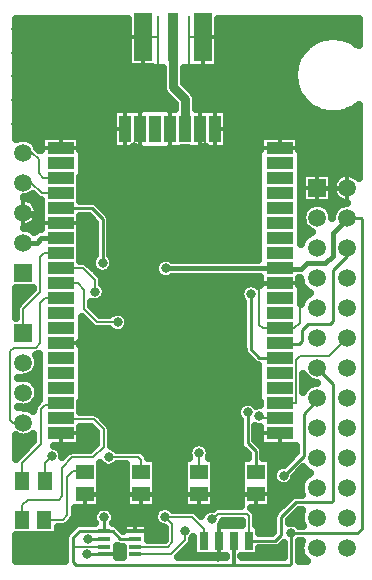
<source format=gbr>
G04 DipTrace 3.0.0.2*
G04 Top.gbr*
%MOIN*%
G04 #@! TF.FileFunction,Copper,L1,Top*
G04 #@! TF.Part,Single*
G04 #@! TA.AperFunction,Conductor*
%ADD10C,0.01*%
%ADD14C,0.018*%
%ADD15C,0.009*%
%ADD16C,0.007*%
G04 #@! TA.AperFunction,ViaPad*
%ADD17C,0.031496*%
G04 #@! TA.AperFunction,CopperBalancing*
%ADD18C,0.025*%
%ADD19C,0.012992*%
%ADD20R,0.059843X0.159843*%
%ADD21R,0.033465X0.159843*%
%ADD22R,0.051181X0.059055*%
%ADD23R,0.059055X0.051181*%
G04 #@! TA.AperFunction,ComponentPad*
%ADD24R,0.059055X0.059055*%
%ADD25C,0.059055*%
%ADD27R,0.027559X0.062992*%
%ADD30R,0.089528X0.039764*%
%ADD31R,0.039764X0.089528*%
%ADD33R,0.043307X0.013583*%
%FSLAX26Y26*%
G04*
G70*
G90*
G75*
G01*
G04 Top*
%LPD*%
X1537126Y1575701D2*
D14*
Y1572559D1*
X1488189Y1523622D1*
Y1449082D1*
X1464305Y1425197D1*
X1401575D1*
X1381890Y1405512D1*
X1313221D1*
X1311772Y1406961D1*
X932016D1*
X1537126Y1575701D2*
D10*
X1581780D1*
X1586614Y1570866D1*
Y539370D1*
X1570866Y523622D1*
X1350394D1*
X456764Y1493496D2*
D14*
X501370D1*
X515748Y1507874D1*
X581331D1*
X582244Y1506961D1*
X1350394Y523622D2*
D10*
Y425197D1*
X1344898Y419701D1*
X1162977D1*
X1157481Y425197D1*
Y498819D1*
X1158662Y500000D1*
Y419701D1*
D15*
X631481D1*
D10*
X622701Y428481D1*
Y479536D1*
Y510701D1*
X644701Y532701D1*
X718701D1*
X720685Y530717D1*
X726378D1*
Y479536D2*
D16*
X622701D1*
X726378Y530717D2*
D10*
X754685D1*
X780701Y504701D1*
X830284D1*
X830709Y505126D1*
X726378Y530717D2*
Y577378D1*
X661811Y654331D2*
D14*
X850788D1*
X1042882D1*
X1042937Y654386D1*
X1231835D1*
X1231890Y654331D1*
X726378Y505126D2*
D10*
X673126D1*
X916717Y530717D2*
X830709D1*
X726378Y453945D2*
X670701D1*
X1106824Y446194D2*
D16*
Y500000D1*
X1108662D1*
X456764Y1593496D2*
D10*
X474746D1*
X510893Y1557349D1*
X581856D1*
X582244Y1556961D1*
X1062992Y2047244D2*
D16*
X1040158D1*
X1010630Y2076772D1*
Y2177171D1*
Y2247376D1*
X1009974Y2248032D1*
X905512Y2047244D2*
Y2177565D1*
Y2248819D1*
X906824Y2250131D1*
X857769Y2177565D2*
X905512D1*
X1057376Y2177171D2*
X1010630D1*
X582244Y856961D2*
D10*
X659586D1*
X660761Y858137D1*
X663386Y576247D2*
Y652756D1*
X661811Y654331D1*
X1231890D2*
X1309318D1*
X1312599Y657612D1*
X1311772Y856961D2*
Y760066D1*
X1287402Y735696D1*
Y682809D1*
X1312599Y657612D1*
X1437126Y1675701D2*
D14*
X1537126D1*
X1311772Y1206961D2*
D16*
X1359979D1*
X1377953Y1224935D1*
Y1348557D1*
X1369685Y1356824D1*
X1311908D1*
X1311772Y1356961D1*
Y1206961D2*
X1255507D1*
X1244488Y1217979D1*
Y1348032D1*
X1252231Y1355774D1*
X1310586D1*
X1311772Y1356961D2*
D14*
X1042919D1*
X1007612Y1321654D1*
X453150Y697507D2*
D16*
Y760236D1*
X514961Y822047D1*
Y937664D1*
X530578Y953281D1*
X578565D1*
X582244Y956961D1*
X452100Y569554D2*
Y617192D1*
X471654Y636746D1*
X575066D1*
X586352Y648032D1*
Y742914D1*
X620998Y777559D1*
X688583D1*
X724541Y813517D1*
Y870735D1*
X691339Y903937D1*
X585268D1*
X582244Y906961D1*
X997008Y1871725D2*
D17*
Y1971103D1*
X957769Y2010341D1*
Y2177171D1*
X721654Y1425853D2*
D10*
Y1570604D1*
X685171Y1607087D1*
X582370D1*
X582244Y1606961D1*
X456764Y1693496D2*
D16*
X483670D1*
X519685Y1657481D1*
X581725D1*
X582244Y1656961D1*
X456764Y1793496D2*
X486032D1*
X507874Y1771654D1*
Y1724410D1*
X523622Y1708662D1*
X580544D1*
X582244Y1706961D1*
X457349Y1193509D2*
Y1272441D1*
X514305Y1329397D1*
Y1445145D1*
X526641Y1457481D1*
X581725D1*
X582244Y1456961D1*
X695932Y1329659D2*
Y1368242D1*
X656956Y1407218D1*
X582502D1*
X582244Y1406961D1*
X771391Y1227691D2*
X704200D1*
X659449Y1272441D1*
Y1335433D1*
X637927Y1356956D1*
X582250D1*
X582244Y1356961D1*
X457349Y893509D2*
X421845D1*
X412599Y902756D1*
Y1130315D1*
X425853Y1143570D1*
X498163D1*
X513780Y1159187D1*
Y1291601D1*
X529397Y1307218D1*
X581987D1*
X582244Y1306961D1*
X1204725Y927034D2*
D10*
Y824410D1*
X1231496Y797638D1*
Y729528D1*
X1231890Y729134D1*
X526903Y569554D2*
D16*
X589370D1*
X604462Y584646D1*
Y713386D1*
X621523Y730446D1*
X660499D1*
X661811Y729134D1*
X1042937Y729189D2*
X1042520Y791578D1*
X527953Y697507D2*
Y757612D1*
X551313Y780971D1*
X741601Y779265D2*
X840945D1*
X850394Y769816D1*
Y729528D1*
X850788Y729134D1*
X995701Y532701D2*
Y501701D1*
X948701Y454701D1*
X831465D1*
X830709Y453945D1*
X1208662Y500000D2*
Y582740D1*
X1201701Y589701D1*
X1104701D1*
X1085701Y570701D1*
X1437126Y1075701D2*
D10*
Y1075210D1*
X1489502Y1022835D1*
Y633596D1*
X1482940Y627034D1*
X1364567D1*
X1316273Y578740D1*
Y519554D1*
X1296588Y499869D1*
X1208793D1*
X1208662Y500000D1*
X830709Y479536D2*
D16*
X938536D1*
X952701Y493701D1*
Y555701D1*
X928701Y579701D1*
X1058662Y500000D2*
Y538740D1*
X1018701Y578701D1*
X928701D1*
Y579701D1*
X1437126Y975701D2*
D10*
Y967179D1*
X1391864Y921916D1*
Y783334D1*
X1324935Y716404D1*
X1311772Y956961D2*
D16*
X1367036D1*
Y1101729D1*
X1381036Y1115729D1*
X1477154D1*
X1537126Y1175701D1*
X1243221Y914362D2*
X1250622Y906961D1*
X1311772D1*
X1537126Y1475701D2*
D10*
Y1447756D1*
X1489764Y1400394D1*
Y1232546D1*
X1479134Y1221916D1*
X1405381D1*
X1385958Y1202494D1*
Y1165617D1*
X1376247Y1155906D1*
X1312827D1*
X1311772Y1156961D1*
X1216536Y1321916D2*
Y1137927D1*
X1244488Y1109974D1*
X1308759D1*
X1311772Y1106961D1*
D17*
X932016Y1406961D3*
X1350394Y523622D3*
X726378Y577378D3*
X673126Y505126D3*
X916717Y530717D3*
X670701Y453945D3*
X673126Y505126D3*
X1106824Y446194D3*
X660761Y858137D3*
X663386Y576247D3*
X1312599Y657612D3*
X1007612Y1321654D3*
X660761Y858137D3*
X1007612Y1321654D3*
X721654Y1425853D3*
X695932Y1329659D3*
X771391Y1227691D3*
X1204725Y927034D3*
X1042520Y791578D3*
X551313Y780971D3*
X741601Y779265D3*
X995701Y532701D3*
X1085701Y570701D3*
X928701Y579701D3*
X1324935Y716404D3*
X928701Y579701D3*
X1216536Y1321916D3*
X905512Y2047244D3*
X1062992Y1968504D3*
X905512D3*
X1062992Y2047244D3*
X1220473Y1732284D3*
X1141732Y2047244D3*
Y1968504D3*
Y2125984D3*
Y2204725D3*
X1220473Y1968504D3*
Y2047244D3*
Y2125984D3*
Y2204725D3*
X1141732Y1889764D3*
X1220473D3*
X1299213D3*
Y1968504D3*
Y2047244D3*
Y2125984D3*
Y2204725D3*
X826772Y1968504D3*
Y2047244D3*
X748032Y1968504D3*
Y2047244D3*
Y2125984D3*
Y2204725D3*
Y1889764D3*
Y1811024D3*
X826772D3*
X1141732D3*
X1062992D3*
X669292D3*
Y1889764D3*
Y1968504D3*
Y2047244D3*
Y2125984D3*
Y2204725D3*
X590551Y1889764D3*
Y1968504D3*
Y2047244D3*
Y2125984D3*
Y2204725D3*
X511811Y1889764D3*
Y1968504D3*
Y2047244D3*
Y2125984D3*
Y2204725D3*
X433071Y1889764D3*
Y1968504D3*
Y2047244D3*
Y2125984D3*
Y2204725D3*
X1062992Y1732284D3*
X984252D3*
X905512D3*
X826772D3*
X748032D3*
X669292D3*
X1141732D3*
X1220473Y1811024D3*
X1377953Y2204725D3*
X1456693D3*
X1535433D3*
X1377953Y1889764D3*
X1456693D3*
X1535433D3*
X1456693Y1811024D3*
X1535433D3*
X1243221Y914362D3*
X434685Y2212238D2*
D18*
X804856D1*
X1110295D2*
X1573167D1*
X434685Y2187369D2*
X804856D1*
X1110295D2*
X1573167D1*
X434685Y2162500D2*
X804856D1*
X1110295D2*
X1419797D1*
X1561760D2*
X1573193D1*
X434685Y2137631D2*
X804856D1*
X1110295D2*
X1390208D1*
X434685Y2112763D2*
X804856D1*
X1110295D2*
X1372971D1*
X434685Y2087894D2*
X804856D1*
X1110295D2*
X1362815D1*
X434685Y2063025D2*
X920139D1*
X995403D2*
X1358079D1*
X434685Y2038156D2*
X920139D1*
X995403D2*
X1358176D1*
X434685Y2013288D2*
X920139D1*
X1007024D2*
X1363108D1*
X434685Y1988419D2*
X927805D1*
X1030071D2*
X1373557D1*
X434685Y1963550D2*
X952365D1*
X1034660D2*
X1391184D1*
X434685Y1938681D2*
X848117D1*
X945891D2*
X959348D1*
X1034660D2*
X1421555D1*
X1559953D2*
X1573164D1*
X434685Y1913813D2*
X754124D1*
X1139885D2*
X1573167D1*
X434685Y1888944D2*
X754124D1*
X1139885D2*
X1573167D1*
X434685Y1864075D2*
X754124D1*
X1139885D2*
X1573167D1*
X479583Y1839206D2*
X514475D1*
X649992D2*
X754124D1*
X1139885D2*
X1244016D1*
X1379533D2*
X1573167D1*
X504729Y1814337D2*
X514491D1*
X649992D2*
X754124D1*
X1139885D2*
X1244016D1*
X1379533D2*
X1573167D1*
X655999Y1789469D2*
X1238011D1*
X1385540D2*
X1573167D1*
X655999Y1764600D2*
X1238011D1*
X1385540D2*
X1573167D1*
X655999Y1739731D2*
X1238011D1*
X1385540D2*
X1573167D1*
X655999Y1714862D2*
X1238011D1*
X1489641D2*
X1503471D1*
X649992Y1689994D2*
X1238011D1*
X649992Y1665125D2*
X1238011D1*
X477044Y1640256D2*
X500511D1*
X649992D2*
X1238011D1*
X1489641D2*
X1499322D1*
X504240Y1615387D2*
X514486D1*
X715423D2*
X1238011D1*
X1385540D2*
X1404166D1*
X1470061D2*
X1504172D1*
X740276Y1590519D2*
X1238011D1*
X500823Y1565650D2*
X514473D1*
X649992D2*
X688059D1*
X749651D2*
X1238011D1*
X475579Y1540781D2*
X514475D1*
X649992D2*
X693675D1*
X749651D2*
X1238011D1*
X1385540D2*
X1398790D1*
X649992Y1515912D2*
X693675D1*
X749651D2*
X1238011D1*
X1385540D2*
X1395583D1*
X649992Y1491044D2*
X693675D1*
X749651D2*
X1238011D1*
X649992Y1466175D2*
X693675D1*
X749651D2*
X1238011D1*
X649992Y1441306D2*
X686351D1*
X756927D2*
X917941D1*
X946096D2*
X1238011D1*
X759172Y1416437D2*
X894553D1*
X735931Y1391568D2*
X896701D1*
X722404Y1366700D2*
X1244016D1*
X434685Y1341831D2*
X487815D1*
X732561D2*
X1183763D1*
X434685Y1316962D2*
X465452D1*
X732365D2*
X1178147D1*
X1385540D2*
X1396715D1*
X685931Y1292093D2*
X1188547D1*
X701067Y1267225D2*
X1188547D1*
X807024Y1242356D2*
X1188547D1*
X655999Y1217487D2*
X678000D1*
X808684D2*
X1188547D1*
X655999Y1192618D2*
X759739D1*
X783088D2*
X1188547D1*
X655999Y1167750D2*
X1188547D1*
X655999Y1142881D2*
X1188547D1*
X655999Y1118012D2*
X1197923D1*
X655999Y1093143D2*
X1222776D1*
X655999Y1068274D2*
X1238011D1*
X439104Y1043406D2*
X451268D1*
X463449D2*
X508469D1*
X655999D2*
X1238011D1*
X655999Y1018537D2*
X1238011D1*
X1393499D2*
X1408763D1*
X655999Y993668D2*
X1238011D1*
X655999Y968799D2*
X1238011D1*
X439104Y943931D2*
X448133D1*
X466566D2*
X489328D1*
X649992D2*
X1170139D1*
X712639Y919062D2*
X1166868D1*
X737492Y894193D2*
X1176731D1*
X649992Y869324D2*
X689524D1*
X751019D2*
X1176731D1*
X1232708D2*
X1244016D1*
X434685Y844456D2*
X445041D1*
X469633D2*
X488449D1*
X649992D2*
X698068D1*
X751019D2*
X1176731D1*
X1232708D2*
X1244016D1*
X434685Y819587D2*
X476096D1*
X649992D2*
X694211D1*
X751019D2*
X1017015D1*
X1068011D2*
X1177219D1*
X434685Y794718D2*
X451193D1*
X587347D2*
X601761D1*
X861907D2*
X1003928D1*
X1081145D2*
X1195872D1*
X1259465D2*
X1363889D1*
X903313Y769849D2*
X990403D1*
X1095452D2*
X1179368D1*
X1284416D2*
X1339816D1*
X714348Y744981D2*
X727341D1*
X755852D2*
X798264D1*
X903313D2*
X990403D1*
X1095452D2*
X1179368D1*
X1284416D2*
X1300120D1*
X714348Y720112D2*
X798264D1*
X903313D2*
X990403D1*
X1095452D2*
X1179368D1*
X1367180D2*
X1400461D1*
X714348Y695243D2*
X798264D1*
X903313D2*
X990403D1*
X1095452D2*
X1179368D1*
X1284416D2*
X1292991D1*
X1356877D2*
X1382103D1*
X714348Y670374D2*
X798264D1*
X903313D2*
X990403D1*
X1095452D2*
X1179368D1*
X1284416D2*
X1378879D1*
X714348Y645505D2*
X798264D1*
X903313D2*
X990403D1*
X1095452D2*
X1179368D1*
X1284416D2*
X1344504D1*
X714348Y620637D2*
X798264D1*
X903313D2*
X990403D1*
X1095452D2*
X1179368D1*
X1284416D2*
X1319603D1*
X630949Y595768D2*
X692649D1*
X760100D2*
X893723D1*
X1038079D2*
X1057004D1*
X1231292D2*
X1294797D1*
X1371868D2*
X1382347D1*
X626604Y570899D2*
X688205D1*
X764544D2*
X891037D1*
X1235149D2*
X1288303D1*
X1346965D2*
X1378831D1*
X596575Y546030D2*
X619504D1*
X777923D2*
X786053D1*
X875383D2*
X912767D1*
X1245452D2*
X1288303D1*
X575481Y521162D2*
X596945D1*
X875383D2*
X926193D1*
X434685Y496293D2*
X594700D1*
X434685Y471424D2*
X594700D1*
X771037D2*
X786057D1*
X1001848D2*
X1021897D1*
X1245452D2*
X1322385D1*
X434685Y446555D2*
X594700D1*
X771037D2*
X786057D1*
X976995D2*
X1129515D1*
X1186663D2*
X1322385D1*
X1378361D2*
X1386781D1*
X885935Y2077143D2*
X807348D1*
Y2237114D1*
X432185Y2237107D1*
Y1837058D1*
X437620Y1839715D1*
X445086Y1842142D1*
X452839Y1843369D1*
X460689D1*
X468442Y1842142D1*
X475908Y1839715D1*
X482903Y1836151D1*
X489255Y1831537D1*
X494805Y1825987D1*
X499419Y1819635D1*
X502983Y1812641D1*
X504252Y1809201D1*
X510988Y1803335D1*
X516995D1*
X516981Y1847343D1*
X647508D1*
Y1803328D1*
X653500Y1803335D1*
Y1710587D1*
X647495D1*
X647508Y1632547D1*
X687172Y1632508D1*
X693051Y1631339D1*
X698495Y1628830D1*
X703431Y1624872D1*
X741045Y1587164D1*
X744374Y1582181D1*
X746449Y1576557D1*
X747141Y1570268D1*
X747285Y1451484D1*
X750979Y1447159D1*
X753950Y1442310D1*
X756128Y1437054D1*
X757456Y1431524D1*
X757902Y1425853D1*
X757456Y1420183D1*
X756128Y1414652D1*
X753950Y1409397D1*
X750979Y1404547D1*
X747285Y1400222D1*
X742960Y1396528D1*
X738110Y1393557D1*
X732855Y1391379D1*
X727324Y1390051D1*
X721654Y1389605D1*
X715983Y1390051D1*
X710453Y1391379D1*
X703713Y1394387D1*
X715348Y1382348D1*
X718105Y1377427D1*
X719637Y1371996D1*
X719932Y1368242D1*
Y1356865D1*
X725257Y1350965D1*
X728229Y1346116D1*
X730406Y1340860D1*
X731734Y1335330D1*
X732180Y1329659D1*
X731734Y1323988D1*
X730406Y1318458D1*
X728229Y1313202D1*
X725257Y1308353D1*
X721563Y1304028D1*
X717238Y1300334D1*
X712389Y1297362D1*
X707133Y1295185D1*
X701603Y1293857D1*
X695932Y1293411D1*
X690261Y1293857D1*
X683427Y1295666D1*
X683449Y1282357D1*
X714158Y1251675D1*
X744191Y1251691D1*
X750086Y1257016D1*
X754935Y1259987D1*
X760191Y1262164D1*
X765721Y1263492D1*
X771391Y1263939D1*
X777062Y1263492D1*
X782592Y1262164D1*
X787848Y1259987D1*
X792697Y1257016D1*
X797023Y1253322D1*
X800717Y1248996D1*
X803688Y1244147D1*
X805865Y1238891D1*
X807193Y1233361D1*
X807639Y1227691D1*
X807193Y1222020D1*
X805865Y1216490D1*
X803688Y1211234D1*
X800717Y1206385D1*
X797023Y1202059D1*
X792697Y1198365D1*
X787848Y1195394D1*
X782592Y1193217D1*
X777062Y1191889D1*
X771391Y1191442D1*
X765721Y1191889D1*
X760191Y1193217D1*
X754935Y1195394D1*
X750086Y1198365D1*
X744243Y1203700D1*
X700445Y1203986D1*
X695015Y1205517D1*
X690093Y1208274D1*
X687229Y1210719D1*
X653496Y1244453D1*
X653500Y1160587D1*
X647495D1*
X647508Y1153328D1*
X653500Y1153335D1*
Y960587D1*
X647494D1*
X647768Y927937D1*
X695093Y927642D1*
X700524Y926110D1*
X705445Y923353D1*
X708310Y920908D1*
X743957Y884841D1*
X746714Y879920D1*
X748246Y874490D1*
X748541Y870735D1*
Y814843D1*
X755473Y812753D1*
X760541Y810172D1*
X765142Y806828D1*
X768750Y803256D1*
X844700Y802970D1*
X850130Y801439D1*
X855051Y798681D1*
X857916Y796236D1*
X869810Y783923D1*
X872567Y779002D1*
X873769Y775225D1*
X900815D1*
Y608240D1*
X800760D1*
Y755260D1*
X768729Y755265D1*
X762907Y749940D1*
X758058Y746969D1*
X752802Y744792D1*
X747272Y743463D1*
X741601Y743017D1*
X735931Y743463D1*
X730400Y744792D1*
X725145Y746969D1*
X720295Y749940D1*
X715970Y753634D1*
X711837Y758616D1*
X711839Y610587D1*
X717916Y612625D1*
X723534Y613515D1*
X729222D1*
X734840Y612625D1*
X740250Y610866D1*
X745318Y608285D1*
X749919Y604941D1*
X753941Y600919D1*
X757285Y596318D1*
X759866Y591250D1*
X761625Y585840D1*
X762515Y580222D1*
Y574534D1*
X761625Y568916D1*
X759866Y563507D1*
X756995Y558004D1*
X768532Y558008D1*
Y552100D1*
X772717Y548748D1*
X788565Y532900D1*
X788555Y558008D1*
X872862D1*
Y503559D1*
X928609Y503536D1*
X928701Y543453D1*
X923030Y543899D1*
X917500Y545227D1*
X912244Y547404D1*
X907395Y550376D1*
X903070Y554070D1*
X899376Y558395D1*
X896404Y563244D1*
X894227Y568500D1*
X892899Y574030D1*
X892453Y579701D1*
X892899Y585372D1*
X894227Y590902D1*
X896404Y596158D1*
X899376Y601007D1*
X903070Y605332D1*
X907395Y609026D1*
X912244Y611998D1*
X917500Y614175D1*
X923030Y615503D1*
X928701Y615949D1*
X934372Y615503D1*
X939902Y614175D1*
X945158Y611998D1*
X950007Y609026D1*
X954332Y605332D1*
X956698Y602692D1*
X1022456Y602406D1*
X1027886Y600874D1*
X1032807Y598117D1*
X1035672Y595672D1*
X1050828Y580515D1*
X1053404Y587158D1*
X1056376Y592007D1*
X1060070Y596332D1*
X1064395Y600026D1*
X1069244Y602998D1*
X1074500Y605175D1*
X1080030Y606503D1*
X1087935Y606861D1*
X1087965Y608295D1*
X992910D1*
Y775280D1*
X1010146D1*
X1008046Y780377D1*
X1006718Y785907D1*
X1006272Y791578D1*
X1006718Y797248D1*
X1008046Y802778D1*
X1010223Y808034D1*
X1013194Y812883D1*
X1016889Y817209D1*
X1021214Y820903D1*
X1026063Y823874D1*
X1031319Y826051D1*
X1036849Y827379D1*
X1042520Y827826D1*
X1048191Y827379D1*
X1053721Y826051D1*
X1058977Y823874D1*
X1063826Y820903D1*
X1068151Y817209D1*
X1071845Y812883D1*
X1074816Y808034D1*
X1076994Y802778D1*
X1078322Y797248D1*
X1078768Y791578D1*
X1078322Y785907D1*
X1076994Y780377D1*
X1074887Y775273D1*
X1092965Y775280D1*
Y610624D1*
X1097285Y612526D1*
X1102818Y613628D1*
X1181898Y613701D1*
X1181862Y775225D1*
X1206033D1*
X1205996Y787096D1*
X1184095Y809421D1*
X1181166Y814651D1*
X1179538Y820420D1*
X1179225Y824410D1*
X1179093Y901403D1*
X1175399Y905729D1*
X1172428Y910578D1*
X1170251Y915834D1*
X1168923Y921364D1*
X1168477Y927034D1*
X1168923Y932705D1*
X1170251Y938235D1*
X1172428Y943491D1*
X1175399Y948340D1*
X1179093Y952666D1*
X1183419Y956360D1*
X1188268Y959331D1*
X1193524Y961508D1*
X1199054Y962836D1*
X1204725Y963282D1*
X1210395Y962836D1*
X1215925Y961508D1*
X1221181Y959331D1*
X1226030Y956360D1*
X1230356Y952666D1*
X1233341Y949239D1*
X1240377Y950499D1*
X1246517Y950445D1*
X1246508Y960572D1*
X1240516Y960587D1*
X1240499Y1084788D1*
X1234730Y1086415D1*
X1229500Y1089344D1*
X1226457Y1091942D1*
X1195906Y1122939D1*
X1192977Y1128168D1*
X1191349Y1133937D1*
X1191036Y1137927D1*
X1190904Y1296285D1*
X1187210Y1300610D1*
X1184239Y1305460D1*
X1182062Y1310715D1*
X1180734Y1316246D1*
X1180288Y1321916D1*
X1180734Y1327587D1*
X1182062Y1333117D1*
X1184239Y1338373D1*
X1187210Y1343222D1*
X1190904Y1347547D1*
X1195230Y1351242D1*
X1200079Y1354213D1*
X1205335Y1356390D1*
X1210865Y1357718D1*
X1216536Y1358164D1*
X1222206Y1357718D1*
X1227736Y1356390D1*
X1232992Y1354213D1*
X1237841Y1351242D1*
X1240509Y1349079D1*
X1240516Y1353335D1*
X1246523D1*
X1246508Y1377467D1*
X953032Y1377461D1*
X948473Y1374664D1*
X943217Y1372487D1*
X937687Y1371159D1*
X932016Y1370713D1*
X926345Y1371159D1*
X920815Y1372487D1*
X915559Y1374664D1*
X910710Y1377635D1*
X906385Y1381330D1*
X902691Y1385655D1*
X899719Y1390504D1*
X897542Y1395760D1*
X896214Y1401290D1*
X895768Y1406961D1*
X896214Y1412631D1*
X897542Y1418162D1*
X899719Y1423418D1*
X902691Y1428267D1*
X906385Y1432592D1*
X910710Y1436286D1*
X915559Y1439257D1*
X920815Y1441435D1*
X926345Y1442763D1*
X932016Y1443209D1*
X937687Y1442763D1*
X943217Y1441435D1*
X948473Y1439257D1*
X953072Y1436453D1*
X1240561Y1436461D1*
X1240516Y1603335D1*
X1240566Y1753335D1*
X1240516Y1803335D1*
X1246523D1*
X1246508Y1847343D1*
X1377036D1*
Y1803328D1*
X1383028Y1803335D1*
X1382979Y1710587D1*
X1387099Y1710673D1*
Y1725729D1*
X1487154D1*
X1487382Y1681025D1*
X1488736Y1688394D1*
X1491175Y1695479D1*
X1494643Y1702121D1*
X1499066Y1708170D1*
X1504343Y1713490D1*
X1510355Y1717962D1*
X1516966Y1721487D1*
X1524032Y1723984D1*
X1531390Y1725399D1*
X1538877Y1725698D1*
X1546324Y1724876D1*
X1553566Y1722950D1*
X1560439Y1719965D1*
X1566788Y1715987D1*
X1572473Y1711105D1*
X1575708Y1707542D1*
X1575673Y1951718D1*
X1567612Y1945362D1*
X1559076Y1939659D1*
X1550120Y1934642D1*
X1540797Y1930345D1*
X1531166Y1926792D1*
X1521285Y1924005D1*
X1511217Y1922003D1*
X1501021Y1920795D1*
X1490764Y1920393D1*
X1480507Y1920795D1*
X1470311Y1922003D1*
X1460243Y1924005D1*
X1450362Y1926792D1*
X1440731Y1930345D1*
X1431408Y1934642D1*
X1422452Y1939659D1*
X1413916Y1945362D1*
X1405855Y1951718D1*
X1398315Y1958685D1*
X1391348Y1966225D1*
X1384992Y1974286D1*
X1379289Y1982822D1*
X1374272Y1991778D1*
X1369975Y2001101D1*
X1366421Y2010732D1*
X1363635Y2020613D1*
X1361633Y2030681D1*
X1360425Y2040877D1*
X1360023Y2051134D1*
X1360425Y2061391D1*
X1361633Y2071587D1*
X1363635Y2081655D1*
X1366421Y2091536D1*
X1369975Y2101167D1*
X1374272Y2110490D1*
X1379289Y2119446D1*
X1384992Y2127982D1*
X1391348Y2136044D1*
X1398315Y2143583D1*
X1405855Y2150550D1*
X1413916Y2156906D1*
X1422452Y2162609D1*
X1431408Y2167626D1*
X1440731Y2171923D1*
X1450362Y2175477D1*
X1460243Y2178263D1*
X1470311Y2180265D1*
X1480507Y2181473D1*
X1490764Y2181876D1*
X1501021Y2181473D1*
X1511217Y2180265D1*
X1521285Y2178263D1*
X1531166Y2175477D1*
X1540797Y2171923D1*
X1550120Y2167626D1*
X1559076Y2162609D1*
X1567612Y2156906D1*
X1575704Y2150524D1*
X1575689Y2237107D1*
X1107769D1*
X1107797Y2076750D1*
X1029428D1*
X1029429Y2075689D1*
X992954D1*
X992923Y2024876D1*
X1023739Y1993933D1*
X1026982Y1989470D1*
X1029486Y1984555D1*
X1031191Y1979309D1*
X1032053Y1973861D1*
X1032162Y1936971D1*
X1137390Y1936988D1*
Y1806461D1*
X1006626D1*
Y1807565D1*
X987419Y1807555D1*
X987390Y1806461D1*
X943377D1*
X943382Y1800469D1*
X850634D1*
Y1806475D1*
X756626Y1806461D1*
Y1936988D1*
X850639D1*
X850634Y1942981D1*
X943382D1*
Y1936974D1*
X961870Y1936988D1*
X961855Y1956540D1*
X931038Y1987511D1*
X927795Y1991974D1*
X925292Y1996889D1*
X923587Y2002135D1*
X922725Y2007583D1*
X922616Y2076504D1*
X885925Y2076477D1*
Y2077112D1*
X1281918Y700421D2*
Y608240D1*
X1217288Y607950D1*
X1226911Y598327D1*
X1230046Y593637D1*
X1231999Y588343D1*
X1232649Y582410D1*
X1232662Y552028D1*
X1242941Y551996D1*
Y525385D1*
X1286088Y525369D1*
X1290814Y530158D1*
X1290852Y580742D1*
X1292021Y586621D1*
X1294530Y592065D1*
X1298488Y597000D1*
X1348005Y646425D1*
X1352990Y649755D1*
X1358614Y651830D1*
X1364903Y652521D1*
X1386100Y652534D1*
X1382655Y662624D1*
X1381280Y671306D1*
Y680096D1*
X1382655Y688778D1*
X1385370Y697139D1*
X1389361Y704971D1*
X1394529Y712083D1*
X1400744Y718298D1*
X1407856Y723466D1*
X1411694Y725788D1*
X1404198Y730381D1*
X1397515Y736089D1*
X1391806Y742773D1*
X1390020Y745445D1*
X1361183Y716404D1*
X1360736Y710734D1*
X1359408Y705204D1*
X1357231Y699948D1*
X1354260Y695099D1*
X1350566Y690773D1*
X1346240Y687079D1*
X1341391Y684108D1*
X1336135Y681931D1*
X1330605Y680603D1*
X1324935Y680156D1*
X1319264Y680603D1*
X1313734Y681931D1*
X1308478Y684108D1*
X1303629Y687079D1*
X1299303Y690773D1*
X1295609Y695099D1*
X1292638Y699948D1*
X1290461Y705204D1*
X1289133Y710734D1*
X1288687Y716404D1*
X1289133Y722075D1*
X1290461Y727605D1*
X1292638Y732861D1*
X1295609Y737710D1*
X1299303Y742036D1*
X1303629Y745730D1*
X1308478Y748701D1*
X1313734Y750878D1*
X1319264Y752206D1*
X1325124Y752645D1*
X1366393Y793925D1*
X1366364Y816586D1*
X1248608Y816579D1*
X1252126Y812626D1*
X1255055Y807397D1*
X1256683Y801628D1*
X1256996Y797638D1*
Y775226D1*
X1281918Y775225D1*
X1281869Y683044D1*
X707376Y608240D2*
X628450D1*
X628167Y580891D1*
X626635Y575461D1*
X623878Y570540D1*
X621433Y567675D1*
X603477Y550138D1*
X598555Y547381D1*
X593125Y545849D1*
X589370Y545554D1*
X573013D1*
X572994Y519526D1*
X432126D1*
X432185Y432185D1*
X597175D1*
X597280Y512702D1*
X598449Y518582D1*
X600958Y524025D1*
X604916Y528961D1*
X628141Y552091D1*
X633124Y555421D1*
X638748Y557496D1*
X645037Y558188D1*
X695471Y558439D1*
X692890Y563507D1*
X691131Y568916D1*
X690242Y574534D1*
Y580222D1*
X691131Y585840D1*
X692890Y591250D1*
X695471Y596318D1*
X698815Y600919D1*
X702837Y604941D1*
X707374Y608242D1*
X432176Y1243537D2*
X433347D1*
X432185Y1249607D1*
Y1243503D1*
X433349Y1256009D1*
X433645Y1276196D1*
X435176Y1281626D1*
X437933Y1286547D1*
X440378Y1289412D1*
X490339Y1339372D1*
X490305Y1343508D1*
X432134Y1343469D1*
X432185Y1249607D1*
X490978Y856520D2*
X486755Y853036D1*
X480062Y848935D1*
X472809Y845931D1*
X465175Y844097D1*
X457349Y843482D1*
X449524Y844097D1*
X441890Y845931D1*
X434637Y848935D1*
X432160Y850322D1*
X432185Y771921D1*
X434900Y775823D1*
X490961Y831988D1*
Y856471D1*
X457853Y1543481D2*
X464589Y1542908D1*
X472223Y1541075D1*
X479477Y1538071D1*
X486170Y1533970D1*
X492139Y1528872D1*
X493524Y1527373D1*
X498408Y1531740D1*
X504460Y1535129D1*
X511133Y1537011D1*
X516083Y1537361D1*
X516981Y1539079D1*
Y1633620D1*
X512269Y1634655D1*
X507145Y1637017D1*
X502714Y1640509D1*
X488456Y1654769D1*
X482903Y1650841D1*
X475908Y1647277D1*
X468442Y1644851D1*
X460689Y1643624D1*
X458515Y1643494D1*
X465962Y1642671D1*
X473204Y1640746D1*
X480076Y1637760D1*
X486425Y1633782D1*
X492110Y1628900D1*
X497002Y1623223D1*
X500990Y1616881D1*
X503986Y1610013D1*
X505924Y1602774D1*
X506757Y1595328D1*
X506542Y1588504D1*
X505238Y1581126D1*
X502847Y1574025D1*
X499421Y1567360D1*
X495040Y1561282D1*
X489799Y1555927D1*
X483818Y1551415D1*
X477229Y1547845D1*
X470181Y1545302D1*
X462832Y1543837D1*
X458286Y1543502D1*
X1242941Y474408D2*
Y448004D1*
X1184104D1*
X1187977Y445201D1*
X1324940D1*
X1324894Y492141D1*
X1311576Y479239D1*
X1306347Y476310D1*
X1300578Y474683D1*
X1296588Y474369D1*
X1242925D1*
X1174382Y551981D2*
X1184685Y551996D1*
X1174382D1*
X1184685D1*
X1184662Y565673D1*
X1121574Y565701D1*
X1120175Y559500D1*
X1117998Y554244D1*
X1116882Y551996D1*
X1174382D1*
X1131956Y448004D2*
X1024382D1*
Y510553D1*
X1019692Y505553D1*
X1019406Y497946D1*
X1017874Y492516D1*
X1015117Y487595D1*
X1012672Y484730D1*
X972655Y444714D1*
X1132017Y444701D1*
X1130441Y448004D1*
X1125441D1*
X1246508Y818679D2*
Y878268D1*
X1240377Y878226D1*
X1234759Y879116D1*
X1230215Y880554D1*
X1230225Y834994D1*
X1249272Y815924D1*
X1383008Y1303335D2*
X1383028Y1290200D1*
X1385370Y1297139D1*
X1389361Y1304971D1*
X1394529Y1312083D1*
X1400744Y1318298D1*
X1407856Y1323466D1*
X1411694Y1325788D1*
X1404198Y1330381D1*
X1397515Y1336089D1*
X1391806Y1342773D1*
X1387213Y1350269D1*
X1383848Y1358390D1*
X1381797Y1366937D1*
X1381120Y1376028D1*
X1377036Y1374843D1*
Y1353328D1*
X1383028Y1353335D1*
Y1290835D1*
X1383008Y1753335D2*
X1383028Y1490200D1*
X1385370Y1497139D1*
X1389361Y1504971D1*
X1394529Y1512083D1*
X1400744Y1518298D1*
X1407856Y1523466D1*
X1415688Y1527457D1*
X1419541Y1528878D1*
X1410987Y1533046D1*
X1404635Y1537660D1*
X1399086Y1543210D1*
X1394471Y1549562D1*
X1390907Y1556557D1*
X1388481Y1564023D1*
X1387253Y1571776D1*
Y1579626D1*
X1388481Y1587379D1*
X1390907Y1594845D1*
X1394471Y1601840D1*
X1399086Y1608192D1*
X1404635Y1613742D1*
X1410987Y1618356D1*
X1417982Y1621920D1*
X1425448Y1624347D1*
X1433201Y1625574D1*
X1432154Y1625673D1*
X1387099D1*
Y1710673D1*
X1383028Y1703335D1*
X1382979Y1510587D1*
X647508Y1581571D2*
Y1431180D1*
X660710Y1430923D1*
X666141Y1429391D1*
X671062Y1426634D1*
X682765Y1415349D1*
X690120Y1407996D1*
X687180Y1414652D1*
X685852Y1420183D1*
X685406Y1425853D1*
X685852Y1431524D1*
X687180Y1437054D1*
X689357Y1442310D1*
X692328Y1447159D1*
X696162Y1451613D1*
X696154Y1560082D1*
X674586Y1581609D1*
X647524Y1581587D1*
X647508Y1567343D1*
X511008Y1010587D2*
X510988Y1123331D1*
X507348Y1121397D1*
X501918Y1119865D1*
X500004Y1119649D1*
X503568Y1112654D1*
X505995Y1105188D1*
X506761Y1101335D1*
X507222Y1089584D1*
X505995Y1081831D1*
X503568Y1074365D1*
X500004Y1067370D1*
X495390Y1061019D1*
X489840Y1055469D1*
X483488Y1050855D1*
X476494Y1047290D1*
X469028Y1044864D1*
X461274Y1043637D1*
X458439Y1043525D1*
X465175Y1042921D1*
X472809Y1041088D1*
X480062Y1038084D1*
X486755Y1033983D1*
X492725Y1028885D1*
X497823Y1022915D1*
X501924Y1016222D1*
X504928Y1008969D1*
X506761Y1001335D1*
X507377Y993509D1*
X506761Y985684D1*
X504928Y978050D1*
X501924Y970797D1*
X497823Y964104D1*
X492725Y958134D1*
X486755Y953036D1*
X480062Y948935D1*
X472809Y945931D1*
X465175Y944097D1*
X458439Y943525D1*
X465175Y942921D1*
X472809Y941088D1*
X480062Y938084D1*
X486755Y933983D1*
X490978Y930499D1*
X491256Y941419D1*
X492788Y946849D1*
X495545Y951771D1*
X497990Y954635D1*
X510986Y967630D1*
X511037Y1103335D1*
X506761Y1101335D1*
X507377Y1093509D1*
X507222Y1089584D1*
X647508Y879911D2*
Y816579D1*
X558104D1*
X565184Y814460D1*
X570252Y811878D1*
X574853Y808534D1*
X578876Y804512D1*
X582219Y799911D1*
X584801Y794843D1*
X586559Y789433D1*
X587449Y783815D1*
X587424Y777918D1*
X606891Y796975D1*
X611813Y799732D1*
X617243Y801264D1*
X620998Y801559D1*
X678664D1*
X700580Y823498D1*
X700541Y860832D1*
X681365Y879970D1*
X647508Y879843D1*
Y867343D1*
X1487154Y1673356D2*
Y1625673D1*
X1441051Y1625574D1*
X1448805Y1624347D1*
X1456271Y1621920D1*
X1463265Y1618356D1*
X1469617Y1613742D1*
X1475167Y1608192D1*
X1479781Y1601840D1*
X1483345Y1594845D1*
X1485772Y1587379D1*
X1486999Y1579626D1*
X1487110Y1576790D1*
X1487714Y1583526D1*
X1489547Y1591160D1*
X1492551Y1598414D1*
X1496652Y1605107D1*
X1501751Y1611076D1*
X1507721Y1616175D1*
X1514414Y1620276D1*
X1521667Y1623280D1*
X1529301Y1625113D1*
X1536037Y1625685D1*
X1528256Y1626466D1*
X1521003Y1628343D1*
X1514110Y1631282D1*
X1507734Y1635218D1*
X1502017Y1640062D1*
X1497088Y1645706D1*
X1493058Y1652023D1*
X1490015Y1658870D1*
X1488029Y1666095D1*
X1487154Y1673408D1*
X1436037Y1025717D2*
X1429301Y1026289D1*
X1421667Y1028122D1*
X1414414Y1031126D1*
X1407721Y1035227D1*
X1401751Y1040326D1*
X1396652Y1046295D1*
X1392551Y1052988D1*
X1391029Y1056292D1*
X1391036Y995137D1*
X1394471Y1001840D1*
X1399086Y1008192D1*
X1404635Y1013742D1*
X1410987Y1018356D1*
X1417982Y1021920D1*
X1425448Y1024347D1*
X1433201Y1025574D1*
X1436037Y1025685D1*
X1387858Y549114D2*
X1385370Y554263D1*
X1382655Y562624D1*
X1381280Y571306D1*
Y580096D1*
X1382655Y588778D1*
X1385370Y597139D1*
X1387439Y601538D1*
X1375079Y601534D1*
X1341753Y568158D1*
X1341932Y558869D1*
X1347550Y559759D1*
X1353238D1*
X1358856Y558869D1*
X1364265Y557110D1*
X1369334Y554529D1*
X1373935Y551185D1*
X1376154Y549114D1*
X1401919Y432177D2*
X1397515Y436089D1*
X1391806Y442773D1*
X1387213Y450269D1*
X1383848Y458390D1*
X1381797Y466937D1*
X1381107Y475701D1*
X1381797Y484465D1*
X1383848Y493012D1*
X1385824Y498122D1*
X1375886Y497862D1*
X1375894Y432154D1*
X1401862Y432185D1*
X768532Y482310D2*
Y444684D1*
X788561Y444701D1*
X788555Y479246D1*
X776711Y479515D1*
X770942Y481142D1*
X768748Y482191D1*
X768532Y469327D1*
X768483Y452244D1*
X788555D1*
Y477244D1*
X768532Y481236D1*
Y478736D1*
X925857Y543565D2*
X920239Y544454D1*
X914830Y546213D1*
X909761Y548794D1*
X905160Y552138D1*
X901138Y556160D1*
X897794Y560761D1*
X895213Y565830D1*
X893454Y571239D1*
X892565Y576857D1*
Y582545D1*
X893454Y588163D1*
X895213Y593572D1*
X897794Y598641D1*
X901138Y603242D1*
X905160Y607264D1*
X909761Y610608D1*
X914830Y613189D1*
X920239Y614948D1*
X925857Y615837D1*
X931545D1*
X937163Y614948D1*
X942572Y613189D1*
X947641Y610608D1*
X952242Y607264D1*
X956698Y602692D1*
X857769Y2177565D2*
D19*
Y2077192D1*
X807397Y2177565D2*
X857769D1*
X1057376Y2177171D2*
Y2076798D1*
Y2177171D2*
X1107748D1*
X1231890Y654331D2*
Y608289D1*
X1181911Y654331D2*
X1281869D1*
X1042937Y654386D2*
Y608344D1*
X992958Y654386D2*
X1092916D1*
X850788Y654331D2*
Y608289D1*
X800809Y654331D2*
X900767D1*
X661811D2*
Y608289D1*
Y654331D2*
X711790D1*
X456764Y1643475D2*
Y1543517D1*
Y1593496D2*
X506743D1*
X1108662Y551948D2*
Y448053D1*
X1311772Y856961D2*
Y816628D1*
X1246557Y856961D2*
X1311772D1*
X1246557Y1356961D2*
X1376987D1*
X1311772Y1847294D2*
Y1806961D1*
X1246557D2*
X1376987D1*
X1097008Y1936940D2*
Y1806509D1*
Y1871725D2*
X1137341D1*
X1047008Y1936940D2*
Y1806509D1*
X947008Y1936940D2*
Y1806509D1*
X847008Y1936940D2*
Y1806509D1*
X797008Y1936940D2*
Y1806509D1*
X756675Y1871725D2*
X797008D1*
X582244Y1847294D2*
Y1806961D1*
X517029D2*
X647460D1*
X517029Y1556961D2*
X647460D1*
X582244Y1156961D2*
X647460D1*
X582244Y856961D2*
Y816628D1*
Y856961D2*
X647460D1*
X1437126Y1725680D2*
Y1625722D1*
X1387147Y1675701D2*
X1487105D1*
X1537126Y1725680D2*
Y1625722D1*
X1487147Y1675701D2*
X1537126D1*
X726378Y453945D2*
X768483D1*
X830709Y557960D2*
Y530717D1*
X788604D2*
X872814D1*
D20*
X857769Y2177565D3*
D21*
X957769Y2177171D3*
D20*
X1057376D3*
D23*
X1231890Y654331D3*
Y729134D3*
X1042937Y654386D3*
Y729189D3*
X850788Y654331D3*
Y729134D3*
X661811Y654331D3*
Y729134D3*
D24*
X457349Y1193509D3*
D25*
Y1093509D3*
Y993509D3*
Y893509D3*
D24*
X456764Y1393496D3*
D25*
Y1493496D3*
Y1593496D3*
Y1693496D3*
Y1793496D3*
D27*
X1208662Y500000D3*
X1158662D3*
X1108662D3*
X1058662D3*
D22*
X453150Y697507D3*
X527953D3*
X452100Y569554D3*
X526903D3*
D30*
X1311772Y856961D3*
Y906961D3*
Y956961D3*
Y1006961D3*
Y1056961D3*
Y1106961D3*
Y1156961D3*
Y1206961D3*
Y1256961D3*
Y1306961D3*
Y1356961D3*
Y1406961D3*
Y1456961D3*
Y1506961D3*
Y1556961D3*
Y1606961D3*
Y1656961D3*
Y1706961D3*
Y1756961D3*
Y1806961D3*
D31*
X1097008Y1871725D3*
X1047008D3*
X997008D3*
X947008D3*
X897008D3*
X847008D3*
X797008D3*
D30*
X582244Y1806961D3*
Y1756961D3*
Y1706961D3*
Y1656961D3*
Y1606961D3*
Y1556961D3*
Y1506961D3*
Y1456961D3*
Y1406961D3*
Y1356961D3*
Y1306961D3*
Y1256961D3*
Y1206961D3*
Y1156961D3*
Y1106961D3*
Y1056961D3*
Y1006961D3*
Y956961D3*
Y906961D3*
Y856961D3*
D24*
X1437126Y1675701D3*
D25*
X1537126D3*
X1437126Y1575701D3*
X1537126D3*
X1437126Y1475701D3*
X1537126D3*
X1437126Y1375701D3*
X1537126D3*
X1437126Y1275701D3*
X1537126D3*
X1437126Y1175701D3*
X1537126D3*
X1437126Y1075701D3*
X1537126D3*
X1437126Y975701D3*
X1537126D3*
X1437126Y875701D3*
X1537126D3*
X1437126Y775701D3*
X1537126D3*
X1437126Y675701D3*
X1537126D3*
X1437126Y575701D3*
X1537126D3*
X1437126Y475701D3*
X1537126D3*
D33*
X726378Y530717D3*
Y505126D3*
Y479536D3*
Y453945D3*
X830709D3*
Y479536D3*
Y505126D3*
Y530717D3*
M02*

</source>
